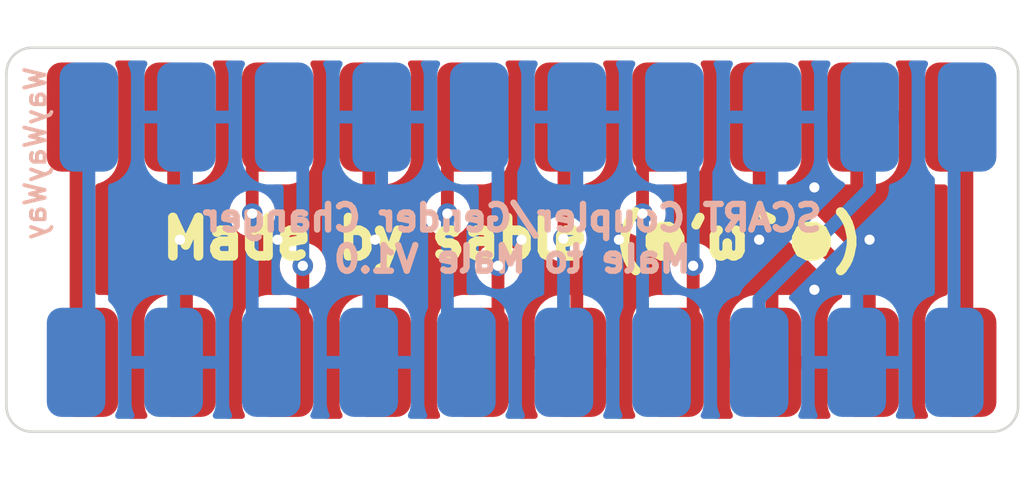
<source format=kicad_pcb>
(kicad_pcb (version 20221018) (generator pcbnew)
  (layers (0 "F.Cu" signal) (31 "B.Cu" signal) (34 "B.Paste" user) (35 "F.Paste" user) (36 "B.SilkS" user "B.Silkscreen") (37 "F.SilkS" user "F.Silkscreen") (38 "B.Mask" user) (39 "F.Mask" user) (44 "Edge.Cuts" user))
  (net 0 "")
  (net 1 "Right Out")
  (net 2 "Right In")
  (net 3 "Left Out")
  (net 4 "GND")
  (net 5 "Left In")
  (net 6 "Blue")
  (net 7 "Status")
  (net 8 "Clock")
  (net 9 "Green")
  (net 10 "Data")
  (net 11 "Red")
  (net 12 "Blanking")
  (net 13 "Composite Out")
  (net 14 "Composite In")
  (footprint "Connector_AV:Male_SCART" (layer "F.Cu") (at 87.736 62.547)
    (fp_text reference "J1" hide)
    (fp_text value "SCART-M" hide)
    (pad "1" smd roundrect (at 34.774 -2.7105) (size 2.286 4.267) (layers "F.Cu" "F.Paste" "F.Mask") (net 1 "Right Out"))
    (pad "2" smd roundrect (at 34.274 -2.7105) (size 2.286 4.267) (layers "B.Cu" "B.Paste" "B.Mask") (net 2 "Right In"))
    (pad "3" smd roundrect (at 30.964 -2.7105) (size 2.286 4.267) (layers "F.Cu" "F.Paste" "F.Mask") (net 3 "Left Out"))
    (pad "4" smd roundrect (at 30.464 -2.7105) (size 2.286 4.267) (layers "B.Cu" "B.Paste" "B.Mask") (net 4 "GND"))
    (pad "5" smd roundrect (at 27.154 -2.7105) (size 2.286 4.267) (layers "F.Cu" "F.Paste" "F.Mask") (net 4 "GND"))
    (pad "6" smd roundrect (at 26.654 -2.7105) (size 2.286 4.267) (layers "B.Cu" "B.Paste" "B.Mask") (net 5 "Left In"))
    (pad "7" smd roundrect (at 23.344 -2.7105) (size 2.286 4.267) (layers "F.Cu" "F.Paste" "F.Mask") (net 6 "Blue"))
    (pad "8" smd roundrect (at 22.844 -2.7105) (size 2.286 4.267) (layers "B.Cu" "B.Paste" "B.Mask") (net 7 "Status"))
    (pad "9" smd roundrect (at 19.534 -2.7105) (size 2.286 4.267) (layers "F.Cu" "F.Paste" "F.Mask") (net 4 "GND"))
    (pad "10" smd roundrect (at 19.034 -2.7105) (size 2.286 4.267) (layers "B.Cu" "B.Paste" "B.Mask") (net 8 "Clock"))
    (pad "11" smd roundrect (at 15.724 -2.7105) (size 2.286 4.267) (layers "F.Cu" "F.Paste" "F.Mask") (net 9 "Green"))
    (pad "12" smd roundrect (at 15.224 -2.7105) (size 2.286 4.267) (layers "B.Cu" "B.Paste" "B.Mask") (net 10 "Data"))
    (pad "13" smd roundrect (at 11.914 -2.7105) (size 2.286 4.267) (layers "F.Cu" "F.Paste" "F.Mask") (net 4 "GND"))
    (pad "14" smd roundrect (at 11.414 -2.7105) (size 2.286 4.267) (layers "B.Cu" "B.Paste" "B.Mask") (net 4 "GND"))
    (pad "15" smd roundrect (at 8.104 -2.7105) (size 2.286 4.267) (layers "F.Cu" "F.Paste" "F.Mask") (net 11 "Red"))
    (pad "16" smd roundrect (at 7.604 -2.7105) (size 2.286 4.267) (layers "B.Cu" "B.Paste" "B.Mask") (net 12 "Blanking"))
    (pad "17" smd roundrect (at 4.294 -2.7105) (size 2.286 4.267) (layers "F.Cu" "F.Paste" "F.Mask") (net 4 "GND"))
    (pad "18" smd roundrect (at 3.794 -2.7105) (size 2.286 4.267) (layers "B.Cu" "B.Paste" "B.Mask") (net 4 "GND"))
    (pad "19" smd roundrect (at 0.484 -2.7105) (size 2.286 4.267) (layers "F.Cu" "F.Paste" "F.Mask") (net 13 "Composite Out"))
    (pad "20" smd roundrect (at -0.016 -2.7105) (size 2.286 4.267) (layers "B.Cu" "B.Paste" "B.Mask") (net 14 "Composite In"))
  )
  (footprint "Connector_AV:Male_SCART" (layer "B.Cu") (at 87.736 47.5395)
    (fp_text reference "J2" hide)
    (fp_text value "SCART-M" hide)
    (pad "1" smd roundrect (at 34.774 2.7105) (size 2.286 4.267) (layers "B.Cu" "B.Paste" "B.Mask") (net 2 "Right In"))
    (pad "2" smd roundrect (at 34.274 2.7105) (size 2.286 4.267) (layers "F.Cu" "F.Paste" "F.Mask") (net 1 "Right Out"))
    (pad "3" smd roundrect (at 30.964 2.7105) (size 2.286 4.267) (layers "B.Cu" "B.Paste" "B.Mask") (net 5 "Left In"))
    (pad "4" smd roundrect (at 30.464 2.7105) (size 2.286 4.267) (layers "F.Cu" "F.Paste" "F.Mask") (net 4 "GND"))
    (pad "5" smd roundrect (at 27.154 2.7105) (size 2.286 4.267) (layers "B.Cu" "B.Paste" "B.Mask") (net 4 "GND"))
    (pad "6" smd roundrect (at 26.654 2.7105) (size 2.286 4.267) (layers "F.Cu" "F.Paste" "F.Mask") (net 3 "Left Out"))
    (pad "7" smd roundrect (at 23.344 2.7105) (size 2.286 4.267) (layers "B.Cu" "B.Paste" "B.Mask") (net 6 "Blue"))
    (pad "8" smd roundrect (at 22.844 2.7105) (size 2.286 4.267) (layers "F.Cu" "F.Paste" "F.Mask") (net 7 "Status"))
    (pad "9" smd roundrect (at 19.534 2.7105) (size 2.286 4.267) (layers "B.Cu" "B.Paste" "B.Mask") (net 4 "GND"))
    (pad "10" smd roundrect (at 19.034 2.7105) (size 2.286 4.267) (layers "F.Cu" "F.Paste" "F.Mask") (net 8 "Clock"))
    (pad "11" smd roundrect (at 15.724 2.7105) (size 2.286 4.267) (layers "B.Cu" "B.Paste" "B.Mask") (net 9 "Green"))
    (pad "12" smd roundrect (at 15.224 2.7105) (size 2.286 4.267) (layers "F.Cu" "F.Paste" "F.Mask") (net 10 "Data"))
    (pad "13" smd roundrect (at 11.914 2.7105) (size 2.286 4.267) (layers "B.Cu" "B.Paste" "B.Mask") (net 4 "GND"))
    (pad "14" smd roundrect (at 11.414 2.7105) (size 2.286 4.267) (layers "F.Cu" "F.Paste" "F.Mask") (net 4 "GND"))
    (pad "15" smd roundrect (at 8.104 2.7105) (size 2.286 4.267) (layers "B.Cu" "B.Paste" "B.Mask") (net 11 "Red"))
    (pad "16" smd roundrect (at 7.604 2.7105) (size 2.286 4.267) (layers "F.Cu" "F.Paste" "F.Mask") (net 12 "Blanking"))
    (pad "17" smd roundrect (at 4.294 2.7105) (size 2.286 4.267) (layers "B.Cu" "B.Paste" "B.Mask") (net 4 "GND"))
    (pad "18" smd roundrect (at 3.794 2.7105) (size 2.286 4.267) (layers "F.Cu" "F.Paste" "F.Mask") (net 4 "GND"))
    (pad "19" smd roundrect (at 0.484 2.7105) (size 2.286 4.267) (layers "B.Cu" "B.Paste" "B.Mask") (net 14 "Composite In"))
    (pad "20" smd roundrect (at -0.016 2.7105) (size 2.286 4.267) (layers "F.Cu" "F.Paste" "F.Mask") (net 13 "Composite Out"))
  )
  (gr_line (start 124.5 48.5395) (end 124.5 61.547) (stroke (width 0.1)) (layer "Edge.Cuts"))
  (gr_arc (start 86 62.547) (mid 85.292893 62.254107) (end 85 61.547) (stroke (width 0.1)) (layer "Edge.Cuts"))
  (gr_line (start 123.5 47.5395) (end 86 47.5395) (stroke (width 0.1)) (layer "Edge.Cuts"))
  (gr_line (start 86 62.547) (end 123.5 62.547) (stroke (width 0.1)) (layer "Edge.Cuts"))
  (gr_arc (start 85 48.5395) (mid 85.292893 47.832393) (end 86 47.5395) (stroke (width 0.1)) (layer "Edge.Cuts"))
  (gr_arc (start 123.5 47.5395) (mid 124.207107 47.832393) (end 124.5 48.5395) (stroke (width 0.1)) (layer "Edge.Cuts"))
  (gr_arc (start 124.5 61.547) (mid 124.207107 62.254107) (end 123.5 62.547) (stroke (width 0.1)) (layer "Edge.Cuts"))
  (gr_line (start 85 61.547) (end 85 48.5395) (stroke (width 0.1)) (layer "Edge.Cuts"))
  (gr_text "WayWayWay" (at 86.6 48.2 90) (layer "B.SilkS") (effects (font (size 0.8 0.8)) (justify left bottom mirror)))
  (gr_text "SCART Coupler/Gender Changer\nMale to Male V1.0" (at 104.75 55) (layer "B.SilkS") (effects (font (size 1 1) (thickness 0.25) bold) (justify mirror)))
  (gr_text "Made by sable (●'ω｀●)" (at 104.75 55) (layer "F.SilkS") (effects (font (size 1.5 1.5) (thickness 0.375) bold)))
  (segment (start 122.5 59.8365) (end 122.5 50.74) (width 0.5) (layer "F.Cu") (net 1))
  (segment (start 122.5 50.74) (end 122.01 50.25) (width 0.5) (layer "F.Cu") (net 1))
  (segment (start 122 50.76) (end 122.51 50.25) (width 0.5) (layer "B.Cu") (net 2))
  (segment (start 122 59.8365) (end 122 50.76) (width 0.5) (layer "B.Cu") (net 2))
  (segment (start 118.69 59.8365) (end 118.69 57.19) (width 0.5) (layer "F.Cu") (net 3))
  (segment (start 114.39 52.89) (end 114.39 50.25) (width 0.5) (layer "F.Cu") (net 3))
  (segment (start 118.69 57.19) (end 114.39 52.89) (width 0.5) (layer "F.Cu") (net 3))
  (via (at 108.914999 55.043249) (size 0.8) (drill 0.4) (layers "F.Cu" "B.Cu") (net 4))
  (via (at 118.7 55.043249) (size 0.8) (drill 0.4) (layers "F.Cu" "B.Cu") (net 4))
  (via (at 99.395 55.043249) (size 0.8) (drill 0.4) (layers "F.Cu" "B.Cu") (net 4))
  (via (at 116.544999 53) (size 0.8) (drill 0.4) (layers "F.Cu" "B.Cu") (net 4))
  (via (at 95.585 55.043249) (size 0.8) (drill 0.4) (layers "F.Cu" "B.Cu") (net 4))
  (via (at 91.775 55.043249) (size 0.8) (drill 0.4) (layers "F.Cu" "B.Cu") (net 4))
  (via (at 114.39 55.043249) (size 0.8) (drill 0.4) (layers "F.Cu" "B.Cu") (net 4))
  (via (at 105.109999 55.043249) (size 0.8) (drill 0.4) (layers "F.Cu" "B.Cu") (net 4))
  (via (at 116.544999 57) (size 0.8) (drill 0.4) (layers "F.Cu" "B.Cu") (net 4))
  (segment (start 114.38 57.37) (end 114.38 59.8365) (width 0.5) (layer "B.Cu") (net 5))
  (segment (start 118.7 53.05) (end 114.38 57.37) (width 0.5) (layer "B.Cu") (net 5))
  (segment (start 118.7 50.25) (end 118.7 53.05) (width 0.5) (layer "B.Cu") (net 5))
  (segment (start 111.812999 56.063165) (end 111.812999 59.093501) (width 0.5) (layer "F.Cu") (net 6))
  (segment (start 111.812999 59.093501) (end 111.07 59.8365) (width 0.5) (layer "F.Cu") (net 6))
  (via (at 111.812999 56.063165) (size 0.8) (drill 0.4) (layers "F.Cu" "B.Cu") (net 6))
  (segment (start 111.812999 56.063165) (end 111.812999 50.982999) (width 0.5) (layer "B.Cu") (net 6))
  (segment (start 111.812999 50.982999) (end 111.08 50.25) (width 0.5) (layer "B.Cu") (net 6))
  (segment (start 109.837 54.023332) (end 109.837 50.993) (width 0.5) (layer "F.Cu") (net 7))
  (segment (start 109.837 50.993) (end 110.58 50.25) (width 0.5) (layer "F.Cu") (net 7))
  (via (at 109.837 54.023332) (size 0.8) (drill 0.4) (layers "F.Cu" "B.Cu") (net 7))
  (segment (start 109.837 54.023332) (end 109.837 59.1035) (width 0.5) (layer "B.Cu") (net 7))
  (segment (start 109.837 59.1035) (end 110.57 59.8365) (width 0.5) (layer "B.Cu") (net 7))
  (segment (start 106.77 54.98) (end 106.75 55) (width 0.5) (layer "F.Cu") (net 8))
  (segment (start 106.77 50.25) (end 106.77 54.98) (width 0.5) (layer "F.Cu") (net 8))
  (via (at 106.75 55) (size 0.8) (drill 0.4) (layers "F.Cu" "B.Cu") (net 8))
  (segment (start 106.75 59.8265) (end 106.76 59.8365) (width 0.5) (layer "B.Cu") (net 8))
  (segment (start 106.75 55) (end 106.75 59.8265) (width 0.5) (layer "B.Cu") (net 8))
  (segment (start 104.192999 59.093501) (end 103.45 59.8365) (width 0.5) (layer "F.Cu") (net 9))
  (segment (start 104.192999 56.063165) (end 104.192999 59.093501) (width 0.5) (layer "F.Cu") (net 9))
  (via (at 104.192999 56.063165) (size 0.8) (drill 0.4) (layers "F.Cu" "B.Cu") (net 9))
  (segment (start 104.192999 56.063165) (end 104.192999 50.982999) (width 0.5) (layer "B.Cu") (net 9))
  (segment (start 104.192999 50.982999) (end 103.46 50.25) (width 0.5) (layer "B.Cu") (net 9))
  (segment (start 102.217 54.023332) (end 102.217 50.993) (width 0.5) (layer "F.Cu") (net 10))
  (segment (start 102.217 50.993) (end 102.96 50.25) (width 0.5) (layer "F.Cu") (net 10))
  (via (at 102.217 54.023332) (size 0.8) (drill 0.4) (layers "F.Cu" "B.Cu") (net 10))
  (segment (start 102.217 54.023332) (end 102.217 59.1035) (width 0.5) (layer "B.Cu") (net 10))
  (segment (start 102.217 59.1035) (end 102.95 59.8365) (width 0.5) (layer "B.Cu") (net 10))
  (segment (start 96.572999 56.063165) (end 96.572999 59.093501) (width 0.5) (layer "F.Cu") (net 11))
  (segment (start 96.572999 59.093501) (end 95.83 59.8365) (width 0.5) (layer "F.Cu") (net 11))
  (via (at 96.572999 56.063165) (size 0.8) (drill 0.4) (layers "F.Cu" "B.Cu") (net 11))
  (segment (start 96.572999 50.982999) (end 95.84 50.25) (width 0.5) (layer "B.Cu") (net 11))
  (segment (start 96.572999 56.063165) (end 96.572999 50.982999) (width 0.5) (layer "B.Cu") (net 11))
  (segment (start 94.597 54.023332) (end 94.597 50.993) (width 0.5) (layer "F.Cu") (net 12))
  (segment (start 94.597 50.993) (end 95.34 50.25) (width 0.5) (layer "F.Cu") (net 12))
  (via (at 94.597 54.023332) (size 0.8) (drill 0.4) (layers "F.Cu" "B.Cu") (net 12))
  (segment (start 94.597 59.1035) (end 95.33 59.8365) (width 0.5) (layer "B.Cu") (net 12))
  (segment (start 94.597 54.023332) (end 94.597 59.1035) (width 0.5) (layer "B.Cu") (net 12))
  (segment (start 87.72 50.25) (end 87.72 59.3365) (width 0.5) (layer "F.Cu") (net 13))
  (segment (start 87.72 59.3365) (end 88.22 59.8365) (width 0.5) (layer "F.Cu") (net 13))
  (segment (start 88.22 50.25) (end 88.22 59.3265) (width 0.5) (layer "B.Cu") (net 14))
  (segment (start 88.22 59.3265) (end 87.71 59.8365) (width 0.5) (layer "B.Cu") (net 14))
  (zone (net 4) (net_name "GND") (layers "F&B.Cu") (connect_pads (clearance 0.5)) (min_thickness 0.25) (fill yes (thermal_gap 0.5) (thermal_bridge_width 0.5))
    (polygon (pts (xy 124.75 47.25) (xy 124.75 62.75) (xy 84.75 62.75) (xy 84.75 47.25)))
  )
)
</source>
